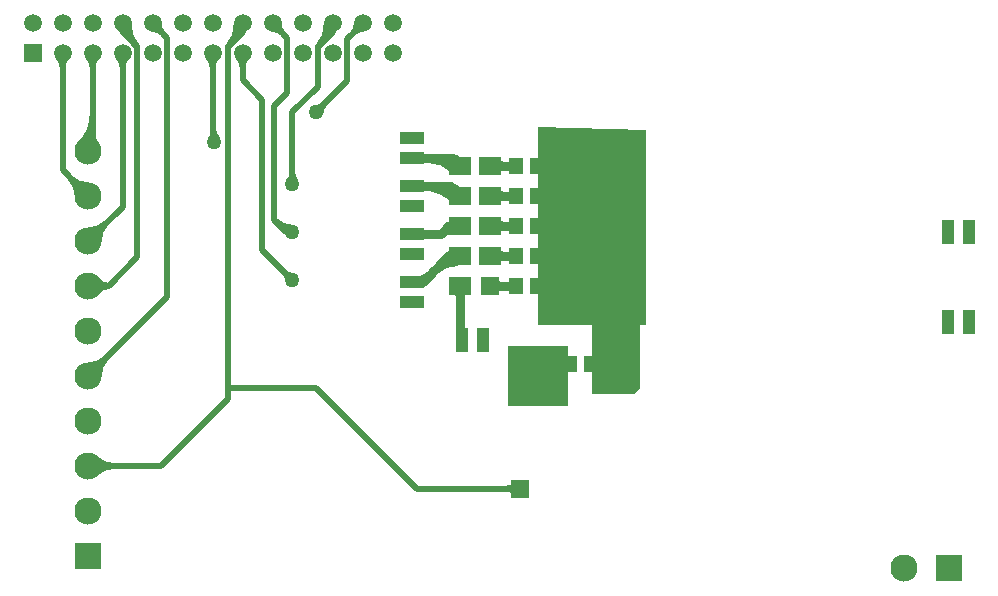
<source format=gbl>
%FSLAX25Y25*%
%MOIN*%
G70*
G01*
G75*
G04 Layer_Physical_Order=2*
G04 Layer_Color=16711680*
%ADD10C,0.03000*%
%ADD11C,0.02000*%
%ADD12R,0.16929X0.07480*%
%ADD13R,0.05512X0.04724*%
%ADD14R,0.04724X0.05512*%
%ADD15R,0.07480X0.25000*%
%ADD16R,0.07480X0.16929*%
%ADD17R,0.08268X0.12992*%
%ADD18R,0.05906X0.02559*%
%ADD19R,0.47244X0.51181*%
%ADD20R,0.04200X0.08500*%
%ADD21C,0.05906*%
%ADD22R,0.05906X0.05906*%
%ADD23R,0.04000X0.08000*%
%ADD24R,0.08000X0.04000*%
%ADD25R,0.05906X0.05906*%
%ADD26R,0.07480X0.06299*%
%ADD27C,0.06000*%
%ADD28C,0.09055*%
%ADD29R,0.09055X0.09055*%
%ADD30C,0.05900*%
%ADD31R,0.05900X0.05900*%
%ADD32R,0.09055X0.09055*%
%ADD33C,0.05000*%
%ADD34C,0.02362*%
G36*
X188000Y82000D02*
X168000D01*
Y102000D01*
X188000D01*
Y82000D01*
D02*
G37*
G36*
X214000Y174000D02*
Y109000D01*
X212000D01*
Y88000D01*
X210000Y86000D01*
X196000D01*
Y109000D01*
X178000D01*
Y175000D01*
X214000Y174000D01*
D02*
G37*
D10*
X150243Y160834D02*
G03*
X141150Y164600I-9093J-9093D01*
G01*
X152364Y162955D02*
G03*
X148393Y164600I-3971J-3971D01*
G01*
X166573Y162000D02*
G03*
X163757Y160834I0J-3982D01*
G01*
Y163166D02*
G03*
X166573Y162000I2816J2816D01*
G01*
X150243Y150834D02*
G03*
X139218Y155400I-11025J-11025D01*
G01*
X152364Y152955D02*
G03*
X146461Y155400I-5903J-5903D01*
G01*
X149767Y152156D02*
G03*
X148600Y155400I-4029J383D01*
G01*
X166573Y152000D02*
G03*
X163757Y150834I0J-3982D01*
G01*
Y153166D02*
G03*
X166573Y152000I2816J2816D01*
G01*
X148000Y142000D02*
G03*
X150116Y143024I0J2698D01*
G01*
Y140976D02*
G03*
X148000Y142000I-2116J-1675D01*
G01*
X150781Y140475D02*
G03*
X145400Y139400I-1885J-4571D01*
G01*
X166573Y142000D02*
G03*
X163757Y140834I0J-3982D01*
G01*
Y143166D02*
G03*
X166573Y142000I2816J2816D01*
G01*
X148000Y132000D02*
G03*
X150116Y133024I0J2698D01*
G01*
Y130976D02*
G03*
X148000Y132000I-2116J-1675D01*
G01*
X151409Y130350D02*
G03*
X142773Y126773I0J-12214D01*
G01*
X151409Y133350D02*
G03*
X147894Y131894I0J-4971D01*
G01*
X166573Y132000D02*
G03*
X163757Y130834I0J-3982D01*
G01*
Y133166D02*
G03*
X166573Y132000I2816J2816D01*
G01*
X152000Y118017D02*
G03*
X150834Y120834I-3982J0D01*
G01*
X153166D02*
G03*
X152000Y118017I2816J-2816D01*
G01*
X165507Y122000D02*
G03*
X163027Y120973I0J-3507D01*
G01*
Y123027D02*
G03*
X165507Y122000I2480J2480D01*
G01*
X152000Y108655D02*
G03*
X152953Y106353I3255J0D01*
G01*
X138000Y123900D02*
G03*
X141244Y125244I0J4587D01*
G01*
X162000Y122000D02*
X170457D01*
X162000Y132000D02*
X170456D01*
X162000Y142000D02*
X170456D01*
X162000Y162000D02*
X170456D01*
X162000Y152000D02*
X170456D01*
X170457Y152000D01*
X148000Y132000D02*
X152000D01*
X139400Y123400D02*
X148000Y132000D01*
X136000Y123400D02*
X139400D01*
X148000Y142000D02*
X152000D01*
X145400Y139400D02*
X148000Y142000D01*
X136000Y139400D02*
X145400D01*
X152000Y104600D02*
Y122000D01*
Y104600D02*
X152600Y104000D01*
X136000Y155400D02*
X148600D01*
X152000Y152000D01*
X136000Y164600D02*
X149400D01*
X152000Y162000D01*
D11*
X167292Y54504D02*
G03*
X170621Y55883I0J4708D01*
G01*
Y53125D02*
G03*
X167292Y54504I-3329J-3329D01*
G01*
X29400Y172024D02*
G03*
X30416Y169573I3467J0D01*
G01*
X25427D02*
G03*
X29400Y179166I-9593J9593D01*
G01*
X26841Y168159D02*
G03*
X29400Y174337I-6178J6178D01*
G01*
X21899Y158101D02*
G03*
X27921Y155606I6022J6022D01*
G01*
X24394Y152079D02*
G03*
X21899Y158101I-8516J0D01*
G01*
X33943Y143101D02*
G03*
X31449Y137079I6022J-6022D01*
G01*
X27921Y140606D02*
G03*
X33943Y143101I0J8516D01*
G01*
X34784Y122079D02*
G03*
X30790Y120026I0J-4913D01*
G01*
Y124132D02*
G03*
X34784Y122079I3995J2859D01*
G01*
X33943Y98101D02*
G03*
X31449Y92079I6022J-6022D01*
G01*
X27921Y95606D02*
G03*
X33943Y98101I0J8516D01*
G01*
X36438Y62079D02*
G03*
X30416Y59584I0J-8516D01*
G01*
Y64573D02*
G03*
X36438Y62079I6022J6022D01*
G01*
X19400Y194986D02*
G03*
X18020Y198319I-4714J0D01*
G01*
X20781D02*
G03*
X19400Y194986I3334J-3334D01*
G01*
X29400D02*
G03*
X28019Y198319I-4714J0D01*
G01*
X30781D02*
G03*
X29400Y194986I3334J-3334D01*
G01*
X39400D02*
G03*
X38019Y198319I-4714J0D01*
G01*
X40781D02*
G03*
X39400Y194986I3334J-3334D01*
G01*
Y206704D02*
G03*
X38612Y207913I-1321J0D01*
G01*
X40188D02*
G03*
X39400Y206704I533J-1209D01*
G01*
X41350Y209594D02*
G03*
X44353Y201752I10288J-557D01*
G01*
X39353Y209703D02*
G03*
X41184Y204921I6273J-340D01*
G01*
X52734Y206366D02*
G03*
X49400Y207747I-3334J-3334D01*
G01*
X51353Y209700D02*
G03*
X52734Y206366I4714J0D01*
G01*
X69400Y194986D02*
G03*
X68019Y198319I-4714J0D01*
G01*
X70781D02*
G03*
X69400Y194986I3334J-3334D01*
G01*
X79400D02*
G03*
X78019Y198319I-4714J0D01*
G01*
X80781D02*
G03*
X79400Y194986I3334J-3334D01*
G01*
Y206704D02*
G03*
X78612Y207913I-1321J0D01*
G01*
X80188D02*
G03*
X79400Y206704I533J-1209D01*
G01*
X74448Y201752D02*
G03*
X77450Y209594I-7285J7285D01*
G01*
X77617Y204921D02*
G03*
X79448Y209703I-4442J4442D01*
G01*
X92734Y206366D02*
G03*
X89400Y207747I-3334J-3334D01*
G01*
X91353Y209700D02*
G03*
X92734Y206366I4714J0D01*
G01*
X109400Y206704D02*
G03*
X108612Y207913I-1321J0D01*
G01*
X110188D02*
G03*
X109400Y206704I533J-1209D01*
G01*
X104448Y201752D02*
G03*
X107450Y209594I-7285J7285D01*
G01*
X107617Y204921D02*
G03*
X109448Y209703I-4442J4442D01*
G01*
X115855Y205855D02*
G03*
X117448Y209700I-3845J3845D01*
G01*
X119400Y207747D02*
G03*
X116578Y206578I0J-3991D01*
G01*
X69400Y175069D02*
G03*
X71061Y171061I5669J0D01*
G01*
X93439Y126561D02*
G03*
X96000Y125500I2561J2561D01*
G01*
X94500Y124000D02*
G03*
X93439Y126561I-3621J0D01*
G01*
X90025Y143975D02*
G03*
X96000Y141500I5975J5975D01*
G01*
X93439Y140561D02*
G03*
X96000Y139500I2561J2561D01*
G01*
Y159621D02*
G03*
X97061Y157061I3621J0D01*
G01*
X94939D02*
G03*
X96000Y159621I-2561J2561D01*
G01*
X106561Y182561D02*
G03*
X105500Y180000I2561J-2561D01*
G01*
X104000Y181500D02*
G03*
X106561Y182561I0J3621D01*
G01*
X114353Y204353D02*
X119400Y209400D01*
X114353Y190353D02*
Y204353D01*
X104000Y180000D02*
X114353Y190353D01*
X109400Y206704D02*
Y209700D01*
X104447Y201752D02*
X109400Y206704D01*
X104447Y188447D02*
Y201752D01*
X96000Y180000D02*
X104447Y188447D01*
X96000Y156000D02*
Y180000D01*
X89400Y209700D02*
X94353Y204747D01*
Y186353D02*
Y204747D01*
X90000Y182000D02*
X94353Y186353D01*
X90000Y144000D02*
Y182000D01*
Y144000D02*
X94000Y140000D01*
X96000D01*
X79400Y190600D02*
Y199700D01*
Y190600D02*
X86000Y184000D01*
Y134000D02*
Y184000D01*
Y134000D02*
X96000Y124000D01*
X19400Y160600D02*
Y199700D01*
Y160600D02*
X27921Y152079D01*
X29400Y168558D02*
Y199700D01*
X79400Y206704D02*
Y209700D01*
X74448Y201752D02*
X79400Y206704D01*
X27921Y62079D02*
X52079D01*
X137496Y54504D02*
X172000D01*
X104000Y88000D02*
X137496Y54504D01*
X74448Y88000D02*
X104000D01*
X27921Y167079D02*
X29400Y168558D01*
X39400Y148558D02*
Y199700D01*
X27921Y137079D02*
X39400Y148558D01*
Y206704D02*
Y209700D01*
Y206704D02*
X44353Y201752D01*
Y131647D02*
Y201752D01*
X34785Y122079D02*
X44353Y131647D01*
X27921Y122079D02*
X34785D01*
X49400Y209700D02*
X54353Y204747D01*
Y118510D02*
Y204747D01*
X27921Y92079D02*
X54353Y118510D01*
X74448Y171916D02*
X74500Y171864D01*
X74448Y171916D02*
Y201752D01*
X74500Y84500D02*
Y171864D01*
X69400Y170600D02*
X70000Y170000D01*
X69400Y170600D02*
Y199700D01*
X52079Y62079D02*
X74500Y84500D01*
D14*
X170457Y152000D02*
D03*
X177543D02*
D03*
Y142000D02*
D03*
X170457D02*
D03*
Y132000D02*
D03*
X177543D02*
D03*
X170457Y122000D02*
D03*
X177543D02*
D03*
X170457Y162000D02*
D03*
X177543D02*
D03*
X195543Y96000D02*
D03*
X188457D02*
D03*
D21*
X129400Y209700D02*
D03*
Y199700D02*
D03*
X119400Y209700D02*
D03*
Y199700D02*
D03*
X109400Y209700D02*
D03*
Y199700D02*
D03*
X99400Y209700D02*
D03*
Y199700D02*
D03*
X89400Y209700D02*
D03*
Y199700D02*
D03*
X79400Y209700D02*
D03*
Y199700D02*
D03*
X69400Y209700D02*
D03*
Y199700D02*
D03*
X59400Y209700D02*
D03*
Y199700D02*
D03*
X49400Y209700D02*
D03*
Y199700D02*
D03*
X39400Y209700D02*
D03*
Y199700D02*
D03*
X29400Y209700D02*
D03*
Y199700D02*
D03*
X19400Y209700D02*
D03*
Y199700D02*
D03*
X9400Y209700D02*
D03*
D22*
Y199700D02*
D03*
D23*
X321400Y110000D02*
D03*
X314600D02*
D03*
X321400Y140000D02*
D03*
X314600D02*
D03*
X152600Y104000D02*
D03*
X159400D02*
D03*
D24*
X136000Y155400D02*
D03*
Y148600D02*
D03*
X136000Y164600D02*
D03*
Y171400D02*
D03*
X136000Y123400D02*
D03*
Y116600D02*
D03*
Y139400D02*
D03*
Y132600D02*
D03*
D25*
X162000Y122000D02*
D03*
D26*
X152000D02*
D03*
X162000Y132000D02*
D03*
X152000D02*
D03*
X162000Y142000D02*
D03*
X152000D02*
D03*
X162000Y152000D02*
D03*
X152000D02*
D03*
X162000Y162000D02*
D03*
X152000D02*
D03*
D27*
X208000Y92000D02*
D03*
Y136000D02*
D03*
D28*
X27921Y167079D02*
D03*
Y152079D02*
D03*
Y137079D02*
D03*
Y122079D02*
D03*
Y107079D02*
D03*
Y92079D02*
D03*
Y77079D02*
D03*
Y62079D02*
D03*
X28000Y47039D02*
D03*
X299961Y28000D02*
D03*
D29*
X28000Y32000D02*
D03*
D30*
X172000Y86000D02*
D03*
D31*
Y54504D02*
D03*
D32*
X315000Y28000D02*
D03*
D33*
X104000Y180000D02*
D03*
X96000Y156000D02*
D03*
Y140000D02*
D03*
Y124000D02*
D03*
X70000Y170000D02*
D03*
D34*
X119400Y209400D02*
Y209700D01*
M02*

</source>
